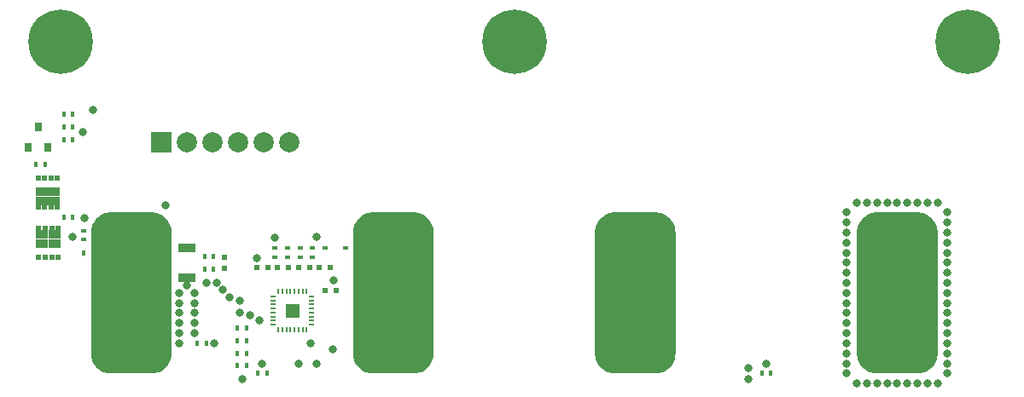
<source format=gts>
G04 #@! TF.GenerationSoftware,KiCad,Pcbnew,5.0-dev-unknown-bc6763e~61~ubuntu16.04.1*
G04 #@! TF.CreationDate,2018-04-03T01:47:12-04:00*
G04 #@! TF.ProjectId,SB-4S5A,53422D345335412E6B696361645F7063,rev?*
G04 #@! TF.SameCoordinates,Original*
G04 #@! TF.FileFunction,Soldermask,Top*
G04 #@! TF.FilePolarity,Negative*
%FSLAX46Y46*%
G04 Gerber Fmt 4.6, Leading zero omitted, Abs format (unit mm)*
G04 Created by KiCad (PCBNEW 5.0-dev-unknown-bc6763e~61~ubuntu16.04.1) date Tue Apr  3 01:47:12 2018*
%MOMM*%
%LPD*%
G01*
G04 APERTURE LIST*
%ADD10C,6.400000*%
%ADD11R,0.400000X0.600000*%
%ADD12C,0.100000*%
%ADD13C,8.000000*%
%ADD14R,0.600000X0.500000*%
%ADD15R,0.500000X0.600000*%
%ADD16R,0.600000X0.450000*%
%ADD17R,1.230000X0.950000*%
%ADD18R,0.500000X0.630000*%
%ADD19R,0.800000X0.900000*%
%ADD20R,0.600000X0.400000*%
%ADD21R,1.700000X0.900000*%
%ADD22O,0.200000X0.600000*%
%ADD23O,0.600000X0.200000*%
%ADD24R,1.400000X1.400000*%
%ADD25C,2.000000*%
%ADD26R,2.000000X2.000000*%
%ADD27C,0.800000*%
G04 APERTURE END LIST*
D10*
X75000000Y-65000000D03*
X120000000Y-65000000D03*
X165000000Y-65000000D03*
D11*
X88550000Y-95000000D03*
X89450000Y-95000000D03*
D12*
G36*
X160196034Y-82009631D02*
X160390181Y-82038429D01*
X160580569Y-82086119D01*
X160765367Y-82152241D01*
X160942793Y-82236157D01*
X161111140Y-82337061D01*
X161268787Y-82453979D01*
X161414214Y-82585786D01*
X161546021Y-82731213D01*
X161662939Y-82888860D01*
X161763843Y-83057207D01*
X161847759Y-83234633D01*
X161913881Y-83419431D01*
X161961571Y-83609819D01*
X161990369Y-83803966D01*
X162000000Y-84000000D01*
X162000000Y-96000000D01*
X161990369Y-96196034D01*
X161961571Y-96390181D01*
X161913881Y-96580569D01*
X161847759Y-96765367D01*
X161763843Y-96942793D01*
X161662939Y-97111140D01*
X161546021Y-97268787D01*
X161414214Y-97414214D01*
X161268787Y-97546021D01*
X161111140Y-97662939D01*
X160942793Y-97763843D01*
X160765367Y-97847759D01*
X160580569Y-97913881D01*
X160390181Y-97961571D01*
X160196034Y-97990369D01*
X160000000Y-98000000D01*
X156000000Y-98000000D01*
X155803966Y-97990369D01*
X155609819Y-97961571D01*
X155419431Y-97913881D01*
X155234633Y-97847759D01*
X155057207Y-97763843D01*
X154888860Y-97662939D01*
X154731213Y-97546021D01*
X154585786Y-97414214D01*
X154453979Y-97268787D01*
X154337061Y-97111140D01*
X154236157Y-96942793D01*
X154152241Y-96765367D01*
X154086119Y-96580569D01*
X154038429Y-96390181D01*
X154009631Y-96196034D01*
X154000000Y-96000000D01*
X154000000Y-84000000D01*
X154009631Y-83803966D01*
X154038429Y-83609819D01*
X154086119Y-83419431D01*
X154152241Y-83234633D01*
X154236157Y-83057207D01*
X154337061Y-82888860D01*
X154453979Y-82731213D01*
X154585786Y-82585786D01*
X154731213Y-82453979D01*
X154888860Y-82337061D01*
X155057207Y-82236157D01*
X155234633Y-82152241D01*
X155419431Y-82086119D01*
X155609819Y-82038429D01*
X155803966Y-82009631D01*
X156000000Y-82000000D01*
X160000000Y-82000000D01*
X160196034Y-82009631D01*
X160196034Y-82009631D01*
G37*
D13*
X158000000Y-90000000D03*
D12*
G36*
X134196034Y-82009631D02*
X134390181Y-82038429D01*
X134580569Y-82086119D01*
X134765367Y-82152241D01*
X134942793Y-82236157D01*
X135111140Y-82337061D01*
X135268787Y-82453979D01*
X135414214Y-82585786D01*
X135546021Y-82731213D01*
X135662939Y-82888860D01*
X135763843Y-83057207D01*
X135847759Y-83234633D01*
X135913881Y-83419431D01*
X135961571Y-83609819D01*
X135990369Y-83803966D01*
X136000000Y-84000000D01*
X136000000Y-96000000D01*
X135990369Y-96196034D01*
X135961571Y-96390181D01*
X135913881Y-96580569D01*
X135847759Y-96765367D01*
X135763843Y-96942793D01*
X135662939Y-97111140D01*
X135546021Y-97268787D01*
X135414214Y-97414214D01*
X135268787Y-97546021D01*
X135111140Y-97662939D01*
X134942793Y-97763843D01*
X134765367Y-97847759D01*
X134580569Y-97913881D01*
X134390181Y-97961571D01*
X134196034Y-97990369D01*
X134000000Y-98000000D01*
X130000000Y-98000000D01*
X129803966Y-97990369D01*
X129609819Y-97961571D01*
X129419431Y-97913881D01*
X129234633Y-97847759D01*
X129057207Y-97763843D01*
X128888860Y-97662939D01*
X128731213Y-97546021D01*
X128585786Y-97414214D01*
X128453979Y-97268787D01*
X128337061Y-97111140D01*
X128236157Y-96942793D01*
X128152241Y-96765367D01*
X128086119Y-96580569D01*
X128038429Y-96390181D01*
X128009631Y-96196034D01*
X128000000Y-96000000D01*
X128000000Y-84000000D01*
X128009631Y-83803966D01*
X128038429Y-83609819D01*
X128086119Y-83419431D01*
X128152241Y-83234633D01*
X128236157Y-83057207D01*
X128337061Y-82888860D01*
X128453979Y-82731213D01*
X128585786Y-82585786D01*
X128731213Y-82453979D01*
X128888860Y-82337061D01*
X129057207Y-82236157D01*
X129234633Y-82152241D01*
X129419431Y-82086119D01*
X129609819Y-82038429D01*
X129803966Y-82009631D01*
X130000000Y-82000000D01*
X134000000Y-82000000D01*
X134196034Y-82009631D01*
X134196034Y-82009631D01*
G37*
D13*
X132000000Y-90000000D03*
D12*
G36*
X110196034Y-82009631D02*
X110390181Y-82038429D01*
X110580569Y-82086119D01*
X110765367Y-82152241D01*
X110942793Y-82236157D01*
X111111140Y-82337061D01*
X111268787Y-82453979D01*
X111414214Y-82585786D01*
X111546021Y-82731213D01*
X111662939Y-82888860D01*
X111763843Y-83057207D01*
X111847759Y-83234633D01*
X111913881Y-83419431D01*
X111961571Y-83609819D01*
X111990369Y-83803966D01*
X112000000Y-84000000D01*
X112000000Y-96000000D01*
X111990369Y-96196034D01*
X111961571Y-96390181D01*
X111913881Y-96580569D01*
X111847759Y-96765367D01*
X111763843Y-96942793D01*
X111662939Y-97111140D01*
X111546021Y-97268787D01*
X111414214Y-97414214D01*
X111268787Y-97546021D01*
X111111140Y-97662939D01*
X110942793Y-97763843D01*
X110765367Y-97847759D01*
X110580569Y-97913881D01*
X110390181Y-97961571D01*
X110196034Y-97990369D01*
X110000000Y-98000000D01*
X106000000Y-98000000D01*
X105803966Y-97990369D01*
X105609819Y-97961571D01*
X105419431Y-97913881D01*
X105234633Y-97847759D01*
X105057207Y-97763843D01*
X104888860Y-97662939D01*
X104731213Y-97546021D01*
X104585786Y-97414214D01*
X104453979Y-97268787D01*
X104337061Y-97111140D01*
X104236157Y-96942793D01*
X104152241Y-96765367D01*
X104086119Y-96580569D01*
X104038429Y-96390181D01*
X104009631Y-96196034D01*
X104000000Y-96000000D01*
X104000000Y-84000000D01*
X104009631Y-83803966D01*
X104038429Y-83609819D01*
X104086119Y-83419431D01*
X104152241Y-83234633D01*
X104236157Y-83057207D01*
X104337061Y-82888860D01*
X104453979Y-82731213D01*
X104585786Y-82585786D01*
X104731213Y-82453979D01*
X104888860Y-82337061D01*
X105057207Y-82236157D01*
X105234633Y-82152241D01*
X105419431Y-82086119D01*
X105609819Y-82038429D01*
X105803966Y-82009631D01*
X106000000Y-82000000D01*
X110000000Y-82000000D01*
X110196034Y-82009631D01*
X110196034Y-82009631D01*
G37*
D13*
X108000000Y-90000000D03*
D12*
G36*
X84196034Y-82009631D02*
X84390181Y-82038429D01*
X84580569Y-82086119D01*
X84765367Y-82152241D01*
X84942793Y-82236157D01*
X85111140Y-82337061D01*
X85268787Y-82453979D01*
X85414214Y-82585786D01*
X85546021Y-82731213D01*
X85662939Y-82888860D01*
X85763843Y-83057207D01*
X85847759Y-83234633D01*
X85913881Y-83419431D01*
X85961571Y-83609819D01*
X85990369Y-83803966D01*
X86000000Y-84000000D01*
X86000000Y-96000000D01*
X85990369Y-96196034D01*
X85961571Y-96390181D01*
X85913881Y-96580569D01*
X85847759Y-96765367D01*
X85763843Y-96942793D01*
X85662939Y-97111140D01*
X85546021Y-97268787D01*
X85414214Y-97414214D01*
X85268787Y-97546021D01*
X85111140Y-97662939D01*
X84942793Y-97763843D01*
X84765367Y-97847759D01*
X84580569Y-97913881D01*
X84390181Y-97961571D01*
X84196034Y-97990369D01*
X84000000Y-98000000D01*
X80000000Y-98000000D01*
X79803966Y-97990369D01*
X79609819Y-97961571D01*
X79419431Y-97913881D01*
X79234633Y-97847759D01*
X79057207Y-97763843D01*
X78888860Y-97662939D01*
X78731213Y-97546021D01*
X78585786Y-97414214D01*
X78453979Y-97268787D01*
X78337061Y-97111140D01*
X78236157Y-96942793D01*
X78152241Y-96765367D01*
X78086119Y-96580569D01*
X78038429Y-96390181D01*
X78009631Y-96196034D01*
X78000000Y-96000000D01*
X78000000Y-84000000D01*
X78009631Y-83803966D01*
X78038429Y-83609819D01*
X78086119Y-83419431D01*
X78152241Y-83234633D01*
X78236157Y-83057207D01*
X78337061Y-82888860D01*
X78453979Y-82731213D01*
X78585786Y-82585786D01*
X78731213Y-82453979D01*
X78888860Y-82337061D01*
X79057207Y-82236157D01*
X79234633Y-82152241D01*
X79419431Y-82086119D01*
X79609819Y-82038429D01*
X79803966Y-82009631D01*
X80000000Y-82000000D01*
X84000000Y-82000000D01*
X84196034Y-82009631D01*
X84196034Y-82009631D01*
G37*
D13*
X82000000Y-90000000D03*
D14*
X101775000Y-87500000D03*
X100675000Y-87500000D03*
X98600000Y-87500000D03*
X99700000Y-87500000D03*
X96525000Y-87500000D03*
X97625000Y-87500000D03*
X95550000Y-87500000D03*
X94450000Y-87500000D03*
D15*
X91225000Y-87550000D03*
X91225000Y-86450000D03*
D14*
X101200000Y-89750000D03*
X102300000Y-89750000D03*
D16*
X101200000Y-85500000D03*
X103300000Y-85500000D03*
D17*
X73170000Y-85090000D03*
X74390000Y-85090000D03*
X73170000Y-84140000D03*
X74390000Y-84140000D03*
D18*
X72810000Y-83560000D03*
X73450000Y-83560000D03*
X74110000Y-83560000D03*
X74750000Y-83560000D03*
X74750000Y-86440000D03*
X74110000Y-86440000D03*
X73450000Y-86440000D03*
X72810000Y-86440000D03*
X74690000Y-78580000D03*
X74050000Y-78580000D03*
X73390000Y-78580000D03*
X72750000Y-78580000D03*
X72750000Y-81460000D03*
X73390000Y-81460000D03*
X74050000Y-81460000D03*
X74690000Y-81460000D03*
D17*
X73110000Y-80880000D03*
X74330000Y-80880000D03*
X73110000Y-79930000D03*
X74330000Y-79930000D03*
D19*
X72750000Y-73500000D03*
X73700000Y-75500000D03*
X71800000Y-75500000D03*
D20*
X100000000Y-85550000D03*
X100000000Y-86450000D03*
X98750000Y-86450000D03*
X98750000Y-85550000D03*
X97500000Y-85550000D03*
X97500000Y-86450000D03*
X96250000Y-86450000D03*
X96250000Y-85550000D03*
D11*
X89275000Y-87625000D03*
X90175000Y-87625000D03*
D21*
X87500000Y-88450000D03*
X87500000Y-85550000D03*
D11*
X90175000Y-86375000D03*
X89275000Y-86375000D03*
X78200000Y-86000000D03*
X77300000Y-86000000D03*
D20*
X77250000Y-83800000D03*
X77250000Y-84700000D03*
D11*
X75300000Y-82500000D03*
X76200000Y-82500000D03*
X72550000Y-77250000D03*
X73450000Y-77250000D03*
X76200000Y-73500000D03*
X75300000Y-73500000D03*
X76200000Y-72250000D03*
X75300000Y-72250000D03*
X76200000Y-74750000D03*
X75300000Y-74750000D03*
X92550000Y-96000000D03*
X93450000Y-96000000D03*
X93450000Y-97250000D03*
X92550000Y-97250000D03*
X94550000Y-98000000D03*
X95450000Y-98000000D03*
X145450000Y-98000000D03*
X144550000Y-98000000D03*
D22*
X99400000Y-89850000D03*
X99000000Y-89850000D03*
X98600000Y-89850000D03*
X98200000Y-89850000D03*
X97800000Y-89850000D03*
X97400000Y-89850000D03*
X97000000Y-89850000D03*
X96600000Y-89850000D03*
D23*
X96100000Y-90350000D03*
X96100000Y-90750000D03*
X96100000Y-91150000D03*
X96100000Y-91550000D03*
X96100000Y-91950000D03*
X96100000Y-92350000D03*
X96100000Y-92750000D03*
X96100000Y-93150000D03*
D22*
X96600000Y-93650000D03*
X97000000Y-93650000D03*
X97400000Y-93650000D03*
X97800000Y-93650000D03*
X98200000Y-93650000D03*
X98600000Y-93650000D03*
X99000000Y-93650000D03*
X99400000Y-93650000D03*
D23*
X99900000Y-93150000D03*
X99900000Y-92750000D03*
X99900000Y-92350000D03*
X99900000Y-91950000D03*
X99900000Y-91550000D03*
X99900000Y-91150000D03*
X99900000Y-90750000D03*
X99900000Y-90350000D03*
D24*
X98000000Y-91750000D03*
D11*
X92550000Y-93500000D03*
X93450000Y-93500000D03*
X93450000Y-94750000D03*
X92550000Y-94750000D03*
D25*
X97700000Y-75000000D03*
X95160000Y-75000000D03*
X92620000Y-75000000D03*
X90080000Y-75000000D03*
X87540000Y-75000000D03*
D26*
X85000000Y-75000000D03*
D27*
X90199990Y-95000000D03*
X102067992Y-88750000D03*
X85400000Y-81250000D03*
X100390104Y-84429149D03*
X153000000Y-85000000D03*
X145000000Y-97000000D03*
X95000000Y-97000000D03*
X94500000Y-86500000D03*
X98000000Y-91750000D03*
X92800000Y-90800000D03*
X93000000Y-98600000D03*
X143200000Y-98600000D03*
X92800000Y-92000000D03*
X93800000Y-92200000D03*
X143250000Y-97500000D03*
X94750000Y-92750000D03*
X153000000Y-98000000D03*
X153000000Y-97000000D03*
X153000000Y-96000000D03*
X153000000Y-95000000D03*
X153000000Y-94000000D03*
X153000000Y-93000000D03*
X153000000Y-92000000D03*
X153000000Y-91000000D03*
X153000000Y-90000000D03*
X153000000Y-89000000D03*
X153000000Y-88000000D03*
X153000000Y-87000000D03*
X153000000Y-86000000D03*
X153000000Y-84000000D03*
X153000000Y-83000000D03*
X153000000Y-82000000D03*
X154000000Y-81000000D03*
X155000000Y-81000000D03*
X156000000Y-81000000D03*
X157000000Y-81000000D03*
X158000000Y-81000000D03*
X159000000Y-81000000D03*
X160000000Y-81000000D03*
X161000000Y-81000000D03*
X162000000Y-81000000D03*
X163000000Y-82000000D03*
X163000000Y-83000000D03*
X163000000Y-84000000D03*
X163000000Y-85000000D03*
X163000000Y-86000000D03*
X163000000Y-87000000D03*
X163000000Y-88000000D03*
X163000000Y-89000000D03*
X163000000Y-90000000D03*
X163000000Y-91000000D03*
X163000000Y-92000000D03*
X163000000Y-93000000D03*
X163000000Y-94000000D03*
X163000000Y-95000000D03*
X163000000Y-96000000D03*
X163000000Y-97000000D03*
X163000000Y-98000000D03*
X162000000Y-99000000D03*
X161000000Y-99000000D03*
X160000000Y-99000000D03*
X159000000Y-99000000D03*
X158000000Y-99000000D03*
X157000000Y-99000000D03*
X156000000Y-99000000D03*
X155000000Y-99000000D03*
X154000000Y-99000000D03*
X96200000Y-84550000D03*
X88250000Y-94000000D03*
X88250000Y-93000000D03*
X88250000Y-92000000D03*
X88250000Y-91000000D03*
X88250000Y-90000000D03*
X86750000Y-90000000D03*
X86750000Y-91000000D03*
X86750000Y-92000000D03*
X86750000Y-93000000D03*
X86750000Y-94000000D03*
X86750000Y-95000000D03*
X87500000Y-89250000D03*
X90450000Y-89000000D03*
X89500000Y-89000000D03*
X91100000Y-89700000D03*
X91750000Y-90400000D03*
X102000000Y-95600000D03*
X76200000Y-84400000D03*
X99800000Y-95000000D03*
X77400000Y-82600000D03*
X100400000Y-97000000D03*
X78200000Y-71800000D03*
X77200000Y-74000000D03*
X98600000Y-97000000D03*
M02*

</source>
